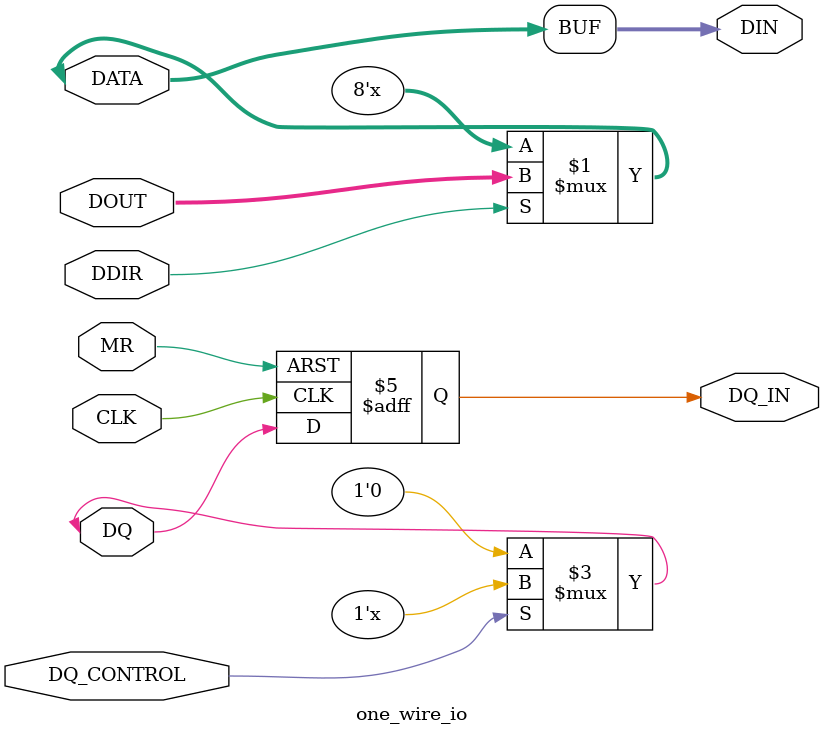
<source format=v>

module one_wire_io (
  CLK, DDIR, DOUT, DQ_CONTROL, MR, DIN, DQ_IN, DATA, DQ);

  input        CLK;
  input        DDIR;
  input [7:0]  DOUT;
  input        DQ_CONTROL;
  input        MR;

  output [7:0] DIN;
  output       DQ_IN;
   
  inout [7:0]  DATA;
  inout        DQ;
   
  reg         DQ_IN;  
  
  assign DATA = DDIR?DOUT:8'hzz;
  assign DIN=DATA;
  assign DQ =DQ_CONTROL==1?1'bz:1'b0;
  
  //
  // Synchronize DQ_IN
  //
  always @(posedge MR or negedge CLK)
    if (MR)
      DQ_IN <= 1'b1;
    else
      DQ_IN <= DQ;
endmodule // one_wire_io
</source>
